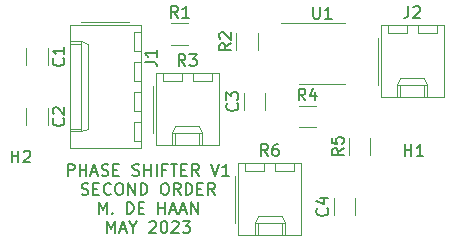
<source format=gbr>
%TF.GenerationSoftware,KiCad,Pcbnew,(6.0.1-0)*%
%TF.CreationDate,2023-07-04T10:19:11-04:00*%
%TF.ProjectId,Second Order Phase Shifter,5365636f-6e64-4204-9f72-646572205068,rev?*%
%TF.SameCoordinates,Original*%
%TF.FileFunction,Legend,Top*%
%TF.FilePolarity,Positive*%
%FSLAX46Y46*%
G04 Gerber Fmt 4.6, Leading zero omitted, Abs format (unit mm)*
G04 Created by KiCad (PCBNEW (6.0.1-0)) date 2023-07-04 10:19:11*
%MOMM*%
%LPD*%
G01*
G04 APERTURE LIST*
%ADD10C,0.150000*%
%ADD11C,0.120000*%
G04 APERTURE END LIST*
D10*
X125778476Y-116782380D02*
X125778476Y-115782380D01*
X126159428Y-115782380D01*
X126254666Y-115830000D01*
X126302285Y-115877619D01*
X126349904Y-115972857D01*
X126349904Y-116115714D01*
X126302285Y-116210952D01*
X126254666Y-116258571D01*
X126159428Y-116306190D01*
X125778476Y-116306190D01*
X126778476Y-116782380D02*
X126778476Y-115782380D01*
X126778476Y-116258571D02*
X127349904Y-116258571D01*
X127349904Y-116782380D02*
X127349904Y-115782380D01*
X127778476Y-116496666D02*
X128254666Y-116496666D01*
X127683238Y-116782380D02*
X128016571Y-115782380D01*
X128349904Y-116782380D01*
X128635619Y-116734761D02*
X128778476Y-116782380D01*
X129016571Y-116782380D01*
X129111809Y-116734761D01*
X129159428Y-116687142D01*
X129207047Y-116591904D01*
X129207047Y-116496666D01*
X129159428Y-116401428D01*
X129111809Y-116353809D01*
X129016571Y-116306190D01*
X128826095Y-116258571D01*
X128730857Y-116210952D01*
X128683238Y-116163333D01*
X128635619Y-116068095D01*
X128635619Y-115972857D01*
X128683238Y-115877619D01*
X128730857Y-115830000D01*
X128826095Y-115782380D01*
X129064190Y-115782380D01*
X129207047Y-115830000D01*
X129635619Y-116258571D02*
X129968952Y-116258571D01*
X130111809Y-116782380D02*
X129635619Y-116782380D01*
X129635619Y-115782380D01*
X130111809Y-115782380D01*
X131254666Y-116734761D02*
X131397523Y-116782380D01*
X131635619Y-116782380D01*
X131730857Y-116734761D01*
X131778476Y-116687142D01*
X131826095Y-116591904D01*
X131826095Y-116496666D01*
X131778476Y-116401428D01*
X131730857Y-116353809D01*
X131635619Y-116306190D01*
X131445142Y-116258571D01*
X131349904Y-116210952D01*
X131302285Y-116163333D01*
X131254666Y-116068095D01*
X131254666Y-115972857D01*
X131302285Y-115877619D01*
X131349904Y-115830000D01*
X131445142Y-115782380D01*
X131683238Y-115782380D01*
X131826095Y-115830000D01*
X132254666Y-116782380D02*
X132254666Y-115782380D01*
X132254666Y-116258571D02*
X132826095Y-116258571D01*
X132826095Y-116782380D02*
X132826095Y-115782380D01*
X133302285Y-116782380D02*
X133302285Y-115782380D01*
X134111809Y-116258571D02*
X133778476Y-116258571D01*
X133778476Y-116782380D02*
X133778476Y-115782380D01*
X134254666Y-115782380D01*
X134492761Y-115782380D02*
X135064190Y-115782380D01*
X134778476Y-116782380D02*
X134778476Y-115782380D01*
X135397523Y-116258571D02*
X135730857Y-116258571D01*
X135873714Y-116782380D02*
X135397523Y-116782380D01*
X135397523Y-115782380D01*
X135873714Y-115782380D01*
X136873714Y-116782380D02*
X136540380Y-116306190D01*
X136302285Y-116782380D02*
X136302285Y-115782380D01*
X136683238Y-115782380D01*
X136778476Y-115830000D01*
X136826095Y-115877619D01*
X136873714Y-115972857D01*
X136873714Y-116115714D01*
X136826095Y-116210952D01*
X136778476Y-116258571D01*
X136683238Y-116306190D01*
X136302285Y-116306190D01*
X137921333Y-115782380D02*
X138254666Y-116782380D01*
X138588000Y-115782380D01*
X139445142Y-116782380D02*
X138873714Y-116782380D01*
X139159428Y-116782380D02*
X139159428Y-115782380D01*
X139064190Y-115925238D01*
X138968952Y-116020476D01*
X138873714Y-116068095D01*
X126945142Y-118344761D02*
X127088000Y-118392380D01*
X127326095Y-118392380D01*
X127421333Y-118344761D01*
X127468952Y-118297142D01*
X127516571Y-118201904D01*
X127516571Y-118106666D01*
X127468952Y-118011428D01*
X127421333Y-117963809D01*
X127326095Y-117916190D01*
X127135619Y-117868571D01*
X127040380Y-117820952D01*
X126992761Y-117773333D01*
X126945142Y-117678095D01*
X126945142Y-117582857D01*
X126992761Y-117487619D01*
X127040380Y-117440000D01*
X127135619Y-117392380D01*
X127373714Y-117392380D01*
X127516571Y-117440000D01*
X127945142Y-117868571D02*
X128278476Y-117868571D01*
X128421333Y-118392380D02*
X127945142Y-118392380D01*
X127945142Y-117392380D01*
X128421333Y-117392380D01*
X129421333Y-118297142D02*
X129373714Y-118344761D01*
X129230857Y-118392380D01*
X129135619Y-118392380D01*
X128992761Y-118344761D01*
X128897523Y-118249523D01*
X128849904Y-118154285D01*
X128802285Y-117963809D01*
X128802285Y-117820952D01*
X128849904Y-117630476D01*
X128897523Y-117535238D01*
X128992761Y-117440000D01*
X129135619Y-117392380D01*
X129230857Y-117392380D01*
X129373714Y-117440000D01*
X129421333Y-117487619D01*
X130040380Y-117392380D02*
X130230857Y-117392380D01*
X130326095Y-117440000D01*
X130421333Y-117535238D01*
X130468952Y-117725714D01*
X130468952Y-118059047D01*
X130421333Y-118249523D01*
X130326095Y-118344761D01*
X130230857Y-118392380D01*
X130040380Y-118392380D01*
X129945142Y-118344761D01*
X129849904Y-118249523D01*
X129802285Y-118059047D01*
X129802285Y-117725714D01*
X129849904Y-117535238D01*
X129945142Y-117440000D01*
X130040380Y-117392380D01*
X130897523Y-118392380D02*
X130897523Y-117392380D01*
X131468952Y-118392380D01*
X131468952Y-117392380D01*
X131945142Y-118392380D02*
X131945142Y-117392380D01*
X132183238Y-117392380D01*
X132326095Y-117440000D01*
X132421333Y-117535238D01*
X132468952Y-117630476D01*
X132516571Y-117820952D01*
X132516571Y-117963809D01*
X132468952Y-118154285D01*
X132421333Y-118249523D01*
X132326095Y-118344761D01*
X132183238Y-118392380D01*
X131945142Y-118392380D01*
X133897523Y-117392380D02*
X134088000Y-117392380D01*
X134183238Y-117440000D01*
X134278476Y-117535238D01*
X134326095Y-117725714D01*
X134326095Y-118059047D01*
X134278476Y-118249523D01*
X134183238Y-118344761D01*
X134088000Y-118392380D01*
X133897523Y-118392380D01*
X133802285Y-118344761D01*
X133707047Y-118249523D01*
X133659428Y-118059047D01*
X133659428Y-117725714D01*
X133707047Y-117535238D01*
X133802285Y-117440000D01*
X133897523Y-117392380D01*
X135326095Y-118392380D02*
X134992761Y-117916190D01*
X134754666Y-118392380D02*
X134754666Y-117392380D01*
X135135619Y-117392380D01*
X135230857Y-117440000D01*
X135278476Y-117487619D01*
X135326095Y-117582857D01*
X135326095Y-117725714D01*
X135278476Y-117820952D01*
X135230857Y-117868571D01*
X135135619Y-117916190D01*
X134754666Y-117916190D01*
X135754666Y-118392380D02*
X135754666Y-117392380D01*
X135992761Y-117392380D01*
X136135619Y-117440000D01*
X136230857Y-117535238D01*
X136278476Y-117630476D01*
X136326095Y-117820952D01*
X136326095Y-117963809D01*
X136278476Y-118154285D01*
X136230857Y-118249523D01*
X136135619Y-118344761D01*
X135992761Y-118392380D01*
X135754666Y-118392380D01*
X136754666Y-117868571D02*
X137088000Y-117868571D01*
X137230857Y-118392380D02*
X136754666Y-118392380D01*
X136754666Y-117392380D01*
X137230857Y-117392380D01*
X138230857Y-118392380D02*
X137897523Y-117916190D01*
X137659428Y-118392380D02*
X137659428Y-117392380D01*
X138040380Y-117392380D01*
X138135619Y-117440000D01*
X138183238Y-117487619D01*
X138230857Y-117582857D01*
X138230857Y-117725714D01*
X138183238Y-117820952D01*
X138135619Y-117868571D01*
X138040380Y-117916190D01*
X137659428Y-117916190D01*
X128397523Y-120002380D02*
X128397523Y-119002380D01*
X128730857Y-119716666D01*
X129064190Y-119002380D01*
X129064190Y-120002380D01*
X129540380Y-119907142D02*
X129588000Y-119954761D01*
X129540380Y-120002380D01*
X129492761Y-119954761D01*
X129540380Y-119907142D01*
X129540380Y-120002380D01*
X130778476Y-120002380D02*
X130778476Y-119002380D01*
X131016571Y-119002380D01*
X131159428Y-119050000D01*
X131254666Y-119145238D01*
X131302285Y-119240476D01*
X131349904Y-119430952D01*
X131349904Y-119573809D01*
X131302285Y-119764285D01*
X131254666Y-119859523D01*
X131159428Y-119954761D01*
X131016571Y-120002380D01*
X130778476Y-120002380D01*
X131778476Y-119478571D02*
X132111809Y-119478571D01*
X132254666Y-120002380D02*
X131778476Y-120002380D01*
X131778476Y-119002380D01*
X132254666Y-119002380D01*
X133445142Y-120002380D02*
X133445142Y-119002380D01*
X133445142Y-119478571D02*
X134016571Y-119478571D01*
X134016571Y-120002380D02*
X134016571Y-119002380D01*
X134445142Y-119716666D02*
X134921333Y-119716666D01*
X134349904Y-120002380D02*
X134683238Y-119002380D01*
X135016571Y-120002380D01*
X135302285Y-119716666D02*
X135778476Y-119716666D01*
X135207047Y-120002380D02*
X135540380Y-119002380D01*
X135873714Y-120002380D01*
X136207047Y-120002380D02*
X136207047Y-119002380D01*
X136778476Y-120002380D01*
X136778476Y-119002380D01*
X129111809Y-121612380D02*
X129111809Y-120612380D01*
X129445142Y-121326666D01*
X129778476Y-120612380D01*
X129778476Y-121612380D01*
X130207047Y-121326666D02*
X130683238Y-121326666D01*
X130111809Y-121612380D02*
X130445142Y-120612380D01*
X130778476Y-121612380D01*
X131302285Y-121136190D02*
X131302285Y-121612380D01*
X130968952Y-120612380D02*
X131302285Y-121136190D01*
X131635619Y-120612380D01*
X132683238Y-120707619D02*
X132730857Y-120660000D01*
X132826095Y-120612380D01*
X133064190Y-120612380D01*
X133159428Y-120660000D01*
X133207047Y-120707619D01*
X133254666Y-120802857D01*
X133254666Y-120898095D01*
X133207047Y-121040952D01*
X132635619Y-121612380D01*
X133254666Y-121612380D01*
X133873714Y-120612380D02*
X133968952Y-120612380D01*
X134064190Y-120660000D01*
X134111809Y-120707619D01*
X134159428Y-120802857D01*
X134207047Y-120993333D01*
X134207047Y-121231428D01*
X134159428Y-121421904D01*
X134111809Y-121517142D01*
X134064190Y-121564761D01*
X133968952Y-121612380D01*
X133873714Y-121612380D01*
X133778476Y-121564761D01*
X133730857Y-121517142D01*
X133683238Y-121421904D01*
X133635619Y-121231428D01*
X133635619Y-120993333D01*
X133683238Y-120802857D01*
X133730857Y-120707619D01*
X133778476Y-120660000D01*
X133873714Y-120612380D01*
X134588000Y-120707619D02*
X134635619Y-120660000D01*
X134730857Y-120612380D01*
X134968952Y-120612380D01*
X135064190Y-120660000D01*
X135111809Y-120707619D01*
X135159428Y-120802857D01*
X135159428Y-120898095D01*
X135111809Y-121040952D01*
X134540380Y-121612380D01*
X135159428Y-121612380D01*
X135492761Y-120612380D02*
X136111809Y-120612380D01*
X135778476Y-120993333D01*
X135921333Y-120993333D01*
X136016571Y-121040952D01*
X136064190Y-121088571D01*
X136111809Y-121183809D01*
X136111809Y-121421904D01*
X136064190Y-121517142D01*
X136016571Y-121564761D01*
X135921333Y-121612380D01*
X135635619Y-121612380D01*
X135540380Y-121564761D01*
X135492761Y-121517142D01*
%TO.C,J1*%
X132294380Y-107140333D02*
X133008666Y-107140333D01*
X133151523Y-107187952D01*
X133246761Y-107283190D01*
X133294380Y-107426047D01*
X133294380Y-107521285D01*
X133294380Y-106140333D02*
X133294380Y-106711761D01*
X133294380Y-106426047D02*
X132294380Y-106426047D01*
X132437238Y-106521285D01*
X132532476Y-106616523D01*
X132580095Y-106711761D01*
%TO.C,R3*%
X135723333Y-107477380D02*
X135390000Y-107001190D01*
X135151904Y-107477380D02*
X135151904Y-106477380D01*
X135532857Y-106477380D01*
X135628095Y-106525000D01*
X135675714Y-106572619D01*
X135723333Y-106667857D01*
X135723333Y-106810714D01*
X135675714Y-106905952D01*
X135628095Y-106953571D01*
X135532857Y-107001190D01*
X135151904Y-107001190D01*
X136056666Y-106477380D02*
X136675714Y-106477380D01*
X136342380Y-106858333D01*
X136485238Y-106858333D01*
X136580476Y-106905952D01*
X136628095Y-106953571D01*
X136675714Y-107048809D01*
X136675714Y-107286904D01*
X136628095Y-107382142D01*
X136580476Y-107429761D01*
X136485238Y-107477380D01*
X136199523Y-107477380D01*
X136104285Y-107429761D01*
X136056666Y-107382142D01*
%TO.C,U1*%
X146558095Y-102478380D02*
X146558095Y-103287904D01*
X146605714Y-103383142D01*
X146653333Y-103430761D01*
X146748571Y-103478380D01*
X146939047Y-103478380D01*
X147034285Y-103430761D01*
X147081904Y-103383142D01*
X147129523Y-103287904D01*
X147129523Y-102478380D01*
X148129523Y-103478380D02*
X147558095Y-103478380D01*
X147843809Y-103478380D02*
X147843809Y-102478380D01*
X147748571Y-102621238D01*
X147653333Y-102716476D01*
X147558095Y-102764095D01*
%TO.C,R6*%
X142708333Y-115097380D02*
X142375000Y-114621190D01*
X142136904Y-115097380D02*
X142136904Y-114097380D01*
X142517857Y-114097380D01*
X142613095Y-114145000D01*
X142660714Y-114192619D01*
X142708333Y-114287857D01*
X142708333Y-114430714D01*
X142660714Y-114525952D01*
X142613095Y-114573571D01*
X142517857Y-114621190D01*
X142136904Y-114621190D01*
X143565476Y-114097380D02*
X143375000Y-114097380D01*
X143279761Y-114145000D01*
X143232142Y-114192619D01*
X143136904Y-114335476D01*
X143089285Y-114525952D01*
X143089285Y-114906904D01*
X143136904Y-115002142D01*
X143184523Y-115049761D01*
X143279761Y-115097380D01*
X143470238Y-115097380D01*
X143565476Y-115049761D01*
X143613095Y-115002142D01*
X143660714Y-114906904D01*
X143660714Y-114668809D01*
X143613095Y-114573571D01*
X143565476Y-114525952D01*
X143470238Y-114478333D01*
X143279761Y-114478333D01*
X143184523Y-114525952D01*
X143136904Y-114573571D01*
X143089285Y-114668809D01*
%TO.C,R5*%
X149127380Y-114466666D02*
X148651190Y-114800000D01*
X149127380Y-115038095D02*
X148127380Y-115038095D01*
X148127380Y-114657142D01*
X148175000Y-114561904D01*
X148222619Y-114514285D01*
X148317857Y-114466666D01*
X148460714Y-114466666D01*
X148555952Y-114514285D01*
X148603571Y-114561904D01*
X148651190Y-114657142D01*
X148651190Y-115038095D01*
X148127380Y-113561904D02*
X148127380Y-114038095D01*
X148603571Y-114085714D01*
X148555952Y-114038095D01*
X148508333Y-113942857D01*
X148508333Y-113704761D01*
X148555952Y-113609523D01*
X148603571Y-113561904D01*
X148698809Y-113514285D01*
X148936904Y-113514285D01*
X149032142Y-113561904D01*
X149079761Y-113609523D01*
X149127380Y-113704761D01*
X149127380Y-113942857D01*
X149079761Y-114038095D01*
X149032142Y-114085714D01*
%TO.C,R4*%
X145883333Y-110392380D02*
X145550000Y-109916190D01*
X145311904Y-110392380D02*
X145311904Y-109392380D01*
X145692857Y-109392380D01*
X145788095Y-109440000D01*
X145835714Y-109487619D01*
X145883333Y-109582857D01*
X145883333Y-109725714D01*
X145835714Y-109820952D01*
X145788095Y-109868571D01*
X145692857Y-109916190D01*
X145311904Y-109916190D01*
X146740476Y-109725714D02*
X146740476Y-110392380D01*
X146502380Y-109344761D02*
X146264285Y-110059047D01*
X146883333Y-110059047D01*
%TO.C,R2*%
X139602380Y-105576666D02*
X139126190Y-105910000D01*
X139602380Y-106148095D02*
X138602380Y-106148095D01*
X138602380Y-105767142D01*
X138650000Y-105671904D01*
X138697619Y-105624285D01*
X138792857Y-105576666D01*
X138935714Y-105576666D01*
X139030952Y-105624285D01*
X139078571Y-105671904D01*
X139126190Y-105767142D01*
X139126190Y-106148095D01*
X138697619Y-105195714D02*
X138650000Y-105148095D01*
X138602380Y-105052857D01*
X138602380Y-104814761D01*
X138650000Y-104719523D01*
X138697619Y-104671904D01*
X138792857Y-104624285D01*
X138888095Y-104624285D01*
X139030952Y-104671904D01*
X139602380Y-105243333D01*
X139602380Y-104624285D01*
%TO.C,R1*%
X135088333Y-103407380D02*
X134755000Y-102931190D01*
X134516904Y-103407380D02*
X134516904Y-102407380D01*
X134897857Y-102407380D01*
X134993095Y-102455000D01*
X135040714Y-102502619D01*
X135088333Y-102597857D01*
X135088333Y-102740714D01*
X135040714Y-102835952D01*
X134993095Y-102883571D01*
X134897857Y-102931190D01*
X134516904Y-102931190D01*
X136040714Y-103407380D02*
X135469285Y-103407380D01*
X135755000Y-103407380D02*
X135755000Y-102407380D01*
X135659761Y-102550238D01*
X135564523Y-102645476D01*
X135469285Y-102693095D01*
%TO.C,J2*%
X154606666Y-102413380D02*
X154606666Y-103127666D01*
X154559047Y-103270523D01*
X154463809Y-103365761D01*
X154320952Y-103413380D01*
X154225714Y-103413380D01*
X155035238Y-102508619D02*
X155082857Y-102461000D01*
X155178095Y-102413380D01*
X155416190Y-102413380D01*
X155511428Y-102461000D01*
X155559047Y-102508619D01*
X155606666Y-102603857D01*
X155606666Y-102699095D01*
X155559047Y-102841952D01*
X154987619Y-103413380D01*
X155606666Y-103413380D01*
%TO.C,H2*%
X121031095Y-115641380D02*
X121031095Y-114641380D01*
X121031095Y-115117571D02*
X121602523Y-115117571D01*
X121602523Y-115641380D02*
X121602523Y-114641380D01*
X122031095Y-114736619D02*
X122078714Y-114689000D01*
X122173952Y-114641380D01*
X122412047Y-114641380D01*
X122507285Y-114689000D01*
X122554904Y-114736619D01*
X122602523Y-114831857D01*
X122602523Y-114927095D01*
X122554904Y-115069952D01*
X121983476Y-115641380D01*
X122602523Y-115641380D01*
%TO.C,H1*%
X154305095Y-115124380D02*
X154305095Y-114124380D01*
X154305095Y-114600571D02*
X154876523Y-114600571D01*
X154876523Y-115124380D02*
X154876523Y-114124380D01*
X155876523Y-115124380D02*
X155305095Y-115124380D01*
X155590809Y-115124380D02*
X155590809Y-114124380D01*
X155495571Y-114267238D01*
X155400333Y-114362476D01*
X155305095Y-114410095D01*
%TO.C,C4*%
X147732142Y-119546666D02*
X147779761Y-119594285D01*
X147827380Y-119737142D01*
X147827380Y-119832380D01*
X147779761Y-119975238D01*
X147684523Y-120070476D01*
X147589285Y-120118095D01*
X147398809Y-120165714D01*
X147255952Y-120165714D01*
X147065476Y-120118095D01*
X146970238Y-120070476D01*
X146875000Y-119975238D01*
X146827380Y-119832380D01*
X146827380Y-119737142D01*
X146875000Y-119594285D01*
X146922619Y-119546666D01*
X147160714Y-118689523D02*
X147827380Y-118689523D01*
X146779761Y-118927619D02*
X147494047Y-119165714D01*
X147494047Y-118546666D01*
%TO.C,C3*%
X140112142Y-110656666D02*
X140159761Y-110704285D01*
X140207380Y-110847142D01*
X140207380Y-110942380D01*
X140159761Y-111085238D01*
X140064523Y-111180476D01*
X139969285Y-111228095D01*
X139778809Y-111275714D01*
X139635952Y-111275714D01*
X139445476Y-111228095D01*
X139350238Y-111180476D01*
X139255000Y-111085238D01*
X139207380Y-110942380D01*
X139207380Y-110847142D01*
X139255000Y-110704285D01*
X139302619Y-110656666D01*
X139207380Y-110323333D02*
X139207380Y-109704285D01*
X139588333Y-110037619D01*
X139588333Y-109894761D01*
X139635952Y-109799523D01*
X139683571Y-109751904D01*
X139778809Y-109704285D01*
X140016904Y-109704285D01*
X140112142Y-109751904D01*
X140159761Y-109799523D01*
X140207380Y-109894761D01*
X140207380Y-110180476D01*
X140159761Y-110275714D01*
X140112142Y-110323333D01*
%TO.C,C2*%
X125397142Y-111926666D02*
X125444761Y-111974285D01*
X125492380Y-112117142D01*
X125492380Y-112212380D01*
X125444761Y-112355238D01*
X125349523Y-112450476D01*
X125254285Y-112498095D01*
X125063809Y-112545714D01*
X124920952Y-112545714D01*
X124730476Y-112498095D01*
X124635238Y-112450476D01*
X124540000Y-112355238D01*
X124492380Y-112212380D01*
X124492380Y-112117142D01*
X124540000Y-111974285D01*
X124587619Y-111926666D01*
X124587619Y-111545714D02*
X124540000Y-111498095D01*
X124492380Y-111402857D01*
X124492380Y-111164761D01*
X124540000Y-111069523D01*
X124587619Y-111021904D01*
X124682857Y-110974285D01*
X124778095Y-110974285D01*
X124920952Y-111021904D01*
X125492380Y-111593333D01*
X125492380Y-110974285D01*
%TO.C,C1*%
X125397142Y-106846666D02*
X125444761Y-106894285D01*
X125492380Y-107037142D01*
X125492380Y-107132380D01*
X125444761Y-107275238D01*
X125349523Y-107370476D01*
X125254285Y-107418095D01*
X125063809Y-107465714D01*
X124920952Y-107465714D01*
X124730476Y-107418095D01*
X124635238Y-107370476D01*
X124540000Y-107275238D01*
X124492380Y-107132380D01*
X124492380Y-107037142D01*
X124540000Y-106894285D01*
X124587619Y-106846666D01*
X125492380Y-105894285D02*
X125492380Y-106465714D01*
X125492380Y-106180000D02*
X124492380Y-106180000D01*
X124635238Y-106275238D01*
X124730476Y-106370476D01*
X124778095Y-106465714D01*
D11*
%TO.C,J1*%
X131955000Y-114410000D02*
X131955000Y-104030000D01*
X131955000Y-104030000D02*
X125935000Y-104030000D01*
X125935000Y-112780000D02*
X126935000Y-112780000D01*
X131355000Y-104610000D02*
X131355000Y-106210000D01*
X127465000Y-112780000D02*
X126935000Y-113030000D01*
X131355000Y-106210000D02*
X131955000Y-106210000D01*
X131355000Y-113830000D02*
X131955000Y-113830000D01*
X126935000Y-113030000D02*
X125935000Y-113030000D01*
X131955000Y-104610000D02*
X131355000Y-104610000D01*
X131955000Y-107150000D02*
X131355000Y-107150000D01*
X131955000Y-109690000D02*
X131355000Y-109690000D01*
X126935000Y-105410000D02*
X126935000Y-113030000D01*
X125935000Y-114410000D02*
X131955000Y-114410000D01*
X131355000Y-109690000D02*
X131355000Y-111290000D01*
X131355000Y-112230000D02*
X131355000Y-113830000D01*
X130925000Y-103740000D02*
X126925000Y-103740000D01*
X126935000Y-105410000D02*
X127465000Y-105660000D01*
X125935000Y-104030000D02*
X125935000Y-114410000D01*
X127465000Y-105660000D02*
X127465000Y-112780000D01*
X131355000Y-108750000D02*
X131955000Y-108750000D01*
X125935000Y-105660000D02*
X126935000Y-105660000D01*
X131355000Y-111290000D02*
X131955000Y-111290000D01*
X131955000Y-112230000D02*
X131355000Y-112230000D01*
X125935000Y-105410000D02*
X126935000Y-105410000D01*
X131355000Y-107150000D02*
X131355000Y-108750000D01*
%TO.C,R3*%
X133240000Y-114135000D02*
X138540000Y-114135000D01*
X135420000Y-108715000D02*
X135420000Y-108115000D01*
X132950000Y-109145000D02*
X132950000Y-113145000D01*
X133240000Y-108115000D02*
X133240000Y-114135000D01*
X136360000Y-108115000D02*
X136360000Y-108715000D01*
X137160000Y-113135000D02*
X137160000Y-114135000D01*
X136910000Y-114135000D02*
X136910000Y-113135000D01*
X133820000Y-108715000D02*
X135420000Y-108715000D01*
X136360000Y-108715000D02*
X137960000Y-108715000D01*
X136910000Y-112605000D02*
X137160000Y-113135000D01*
X134620000Y-113135000D02*
X137160000Y-113135000D01*
X134620000Y-114135000D02*
X134620000Y-113135000D01*
X134870000Y-114135000D02*
X134870000Y-113135000D01*
X134620000Y-113135000D02*
X134870000Y-112605000D01*
X138540000Y-108115000D02*
X133240000Y-108115000D01*
X133820000Y-108115000D02*
X133820000Y-108715000D01*
X138540000Y-114135000D02*
X138540000Y-108115000D01*
X137960000Y-108715000D02*
X137960000Y-108115000D01*
X134870000Y-112605000D02*
X136910000Y-112605000D01*
%TO.C,U1*%
X147320000Y-103866000D02*
X149270000Y-103866000D01*
X147320000Y-108986000D02*
X149270000Y-108986000D01*
X147320000Y-103866000D02*
X143870000Y-103866000D01*
X147320000Y-108986000D02*
X145370000Y-108986000D01*
%TO.C,R6*%
X141855000Y-120225000D02*
X143895000Y-120225000D01*
X144945000Y-116335000D02*
X144945000Y-115735000D01*
X145525000Y-121755000D02*
X145525000Y-115735000D01*
X140805000Y-115735000D02*
X140805000Y-116335000D01*
X145525000Y-115735000D02*
X140225000Y-115735000D01*
X141605000Y-120755000D02*
X141855000Y-120225000D01*
X141855000Y-121755000D02*
X141855000Y-120755000D01*
X141605000Y-121755000D02*
X141605000Y-120755000D01*
X141605000Y-120755000D02*
X144145000Y-120755000D01*
X143895000Y-120225000D02*
X144145000Y-120755000D01*
X143345000Y-116335000D02*
X144945000Y-116335000D01*
X140805000Y-116335000D02*
X142405000Y-116335000D01*
X143895000Y-121755000D02*
X143895000Y-120755000D01*
X144145000Y-120755000D02*
X144145000Y-121755000D01*
X143345000Y-115735000D02*
X143345000Y-116335000D01*
X140225000Y-115735000D02*
X140225000Y-121755000D01*
X139935000Y-116765000D02*
X139935000Y-120765000D01*
X142405000Y-116335000D02*
X142405000Y-115735000D01*
X140225000Y-121755000D02*
X145525000Y-121755000D01*
%TO.C,R5*%
X149585000Y-115027064D02*
X149585000Y-113572936D01*
X151405000Y-115027064D02*
X151405000Y-113572936D01*
%TO.C,R4*%
X145322936Y-110850000D02*
X146777064Y-110850000D01*
X145322936Y-112670000D02*
X146777064Y-112670000D01*
%TO.C,R2*%
X141880000Y-106137064D02*
X141880000Y-104682936D01*
X140060000Y-106137064D02*
X140060000Y-104682936D01*
%TO.C,R1*%
X134527936Y-103865000D02*
X135982064Y-103865000D01*
X134527936Y-105685000D02*
X135982064Y-105685000D01*
%TO.C,J2*%
X153920000Y-108541000D02*
X155960000Y-108541000D01*
X157010000Y-104651000D02*
X157010000Y-104051000D01*
X157590000Y-110071000D02*
X157590000Y-104051000D01*
X152870000Y-104051000D02*
X152870000Y-104651000D01*
X157590000Y-104051000D02*
X152290000Y-104051000D01*
X153670000Y-109071000D02*
X153920000Y-108541000D01*
X153920000Y-110071000D02*
X153920000Y-109071000D01*
X153670000Y-110071000D02*
X153670000Y-109071000D01*
X153670000Y-109071000D02*
X156210000Y-109071000D01*
X155960000Y-108541000D02*
X156210000Y-109071000D01*
X155410000Y-104651000D02*
X157010000Y-104651000D01*
X152870000Y-104651000D02*
X154470000Y-104651000D01*
X155960000Y-110071000D02*
X155960000Y-109071000D01*
X156210000Y-109071000D02*
X156210000Y-110071000D01*
X155410000Y-104051000D02*
X155410000Y-104651000D01*
X152290000Y-104051000D02*
X152290000Y-110071000D01*
X152000000Y-105081000D02*
X152000000Y-109081000D01*
X154470000Y-104651000D02*
X154470000Y-104051000D01*
X152290000Y-110071000D02*
X157590000Y-110071000D01*
%TO.C,C4*%
X150135000Y-120091252D02*
X150135000Y-118668748D01*
X148315000Y-120091252D02*
X148315000Y-118668748D01*
%TO.C,C3*%
X142515000Y-111201252D02*
X142515000Y-109778748D01*
X140695000Y-111201252D02*
X140695000Y-109778748D01*
%TO.C,C2*%
X122280000Y-111048748D02*
X122280000Y-112471252D01*
X124100000Y-111048748D02*
X124100000Y-112471252D01*
%TO.C,C1*%
X124100000Y-105968748D02*
X124100000Y-107391252D01*
X122280000Y-105968748D02*
X122280000Y-107391252D01*
%TD*%
M02*

</source>
